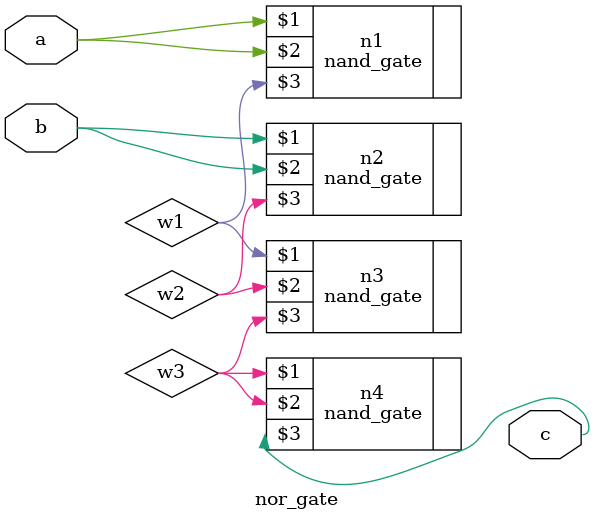
<source format=v>

`include "nand_gate.v"

module nor_gate(a,b,c);
input a,b;
output c;
wire w1, w2, w3;
nand_gate n1 (a, a, w1);
nand_gate n2 (b, b, w2);
nand_gate n3 (w1, w2, w3);
nand_gate n4 (w3, w3, c);
endmodule
</source>
